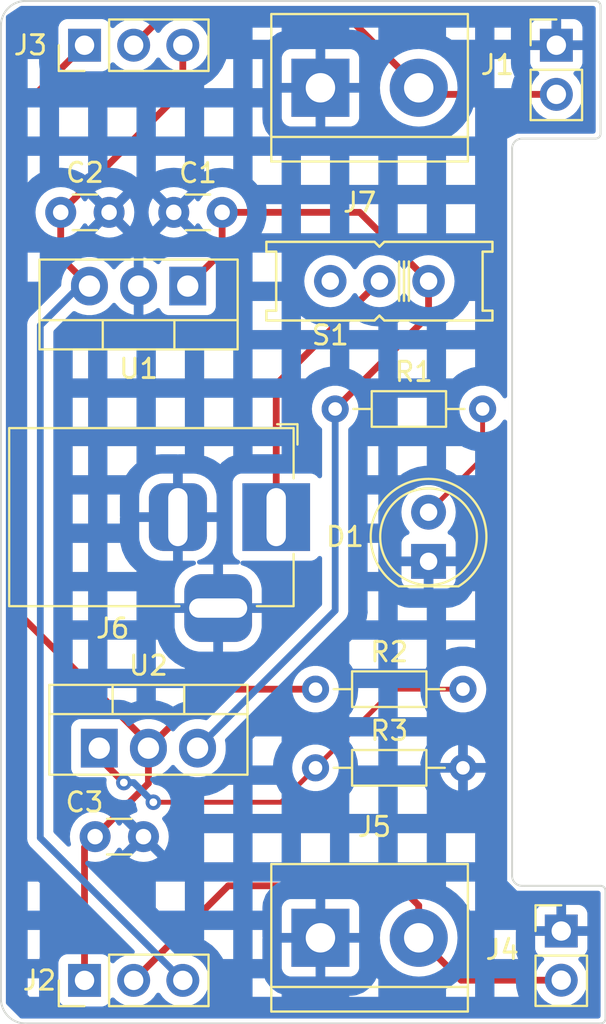
<source format=kicad_pcb>
(kicad_pcb (version 20230410) (generator pcbnew)
  (layers (0 "F.Cu" signal) (31 "B.Cu" signal) (34 "B.Paste" user) (35 "F.Paste" user) (36 "B.SilkS" user "B.Silkscreen") (37 "F.SilkS" user "F.Silkscreen") (38 "B.Mask" user) (39 "F.Mask" user) (44 "Edge.Cuts" user))
  (net 0 "")
  (net 1 "/12V")
  (net 2 "GND")
  (net 3 "/5V")
  (net 4 "/3.3V")
  (net 5 "Net-(D1-A)")
  (net 6 "/PWR_OUT_A")
  (net 7 "/PWR_IN")
  (net 8 "Net-(U2-ADJ)")
  (net 10 "/PWR_OUT_B")
  (footprint "Connector_PinHeader_2.54mm:PinHeader_1x02_P2.54mm_Vertical" (layer "F.Cu") (at 161.036 140.2588)
    (fp_text reference "J4" (at -3.048 0.9652) (layer "F.SilkS"))
    (fp_text value "Conn_01x02_Pin" hide)
    (fp_line (start -1.33 -1.33) (end 0 -1.33) (stroke (width 0.12)) (layer "F.SilkS"))
    (fp_line (start -1.33 0) (end -1.33 -1.33) (stroke (width 0.12)) (layer "F.SilkS"))
    (fp_line (start -1.33 1.27) (end -1.33 3.87) (stroke (width 0.12)) (layer "F.SilkS"))
    (fp_line (start -1.33 1.27) (end 1.33 1.27) (stroke (width 0.12)) (layer "F.SilkS"))
    (fp_line (start -1.33 3.87) (end 1.33 3.87) (stroke (width 0.12)) (layer "F.SilkS"))
    (fp_line (start 1.33 1.27) (end 1.33 3.87) (stroke (width 0.12)) (layer "F.SilkS"))
    (pad "1" thru_hole rect (at 0 0) (size 1.7 1.7) (drill 1) (layers "*.Cu" "*.Mask") (net 2 "GND"))
    (pad "2" thru_hole oval (at 0 2.54) (size 1.7 1.7) (drill 1) (layers "*.Cu" "*.Mask") (net 10 "/PWR_OUT_B"))
  )
  (footprint "Connector_BarrelJack:BarrelJack_Horizontal" (layer "F.Cu") (at 146.304 118.872)
    (fp_text reference "J6" (at -8.45 5.75) (layer "F.SilkS"))
    (fp_text value "Barrel_Jack_Switch" hide)
    (fp_line (start -13.8 -4.6) (end 0.9 -4.6) (stroke (width 0.12)) (layer "F.SilkS"))
    (fp_line (start -13.8 4.6) (end -13.8 -4.6) (stroke (width 0.12)) (layer "F.SilkS"))
    (fp_line (start -5 4.6) (end -13.8 4.6) (stroke (width 0.12)) (layer "F.SilkS"))
    (fp_line (start 0.05 -4.8) (end 1.1 -4.8) (stroke (width 0.12)) (layer "F.SilkS"))
    (fp_line (start 0.9 -4.6) (end 0.9 -2) (stroke (width 0.12)) (layer "F.SilkS"))
    (fp_line (start 0.9 1.9) (end 0.9 4.6) (stroke (width 0.12)) (layer "F.SilkS"))
    (fp_line (start 0.9 4.6) (end -1 4.6) (stroke (width 0.12)) (layer "F.SilkS"))
    (fp_line (start 1.1 -3.75) (end 1.1 -4.8) (stroke (width 0.12)) (layer "F.SilkS"))
    (pad "1" thru_hole rect (at 0 0) (size 3.5 3.5) (drill oval 1 3) (layers "*.Cu" "*.Mask") (net 7 "/PWR_IN"))
    (pad "2" thru_hole roundrect (at -5.08 0) (size 3 3.5) (drill oval 1 3) (layers "*.Cu" "*.Mask") (net 2 "GND"))
    (pad "3" thru_hole roundrect (at -3 4.7) (size 3.5 3.5) (drill oval 3 1) (layers "*.Cu" "*.Mask") (net 2 "GND"))
  )
  (footprint "Package_TO_SOT_THT:TO-220-3_Vertical" (layer "F.Cu") (at 141.732 106.934 180)
    (fp_text reference "U1" (at 2.54 -4.27 180) (layer "F.SilkS"))
    (fp_text value "LM7805_TO220" hide)
    (fp_line (start 7.66 -3.27) (end 7.66 1.371) (stroke (width 0.12)) (layer "F.SilkS"))
    (fp_line (start 4.391 -3.27) (end 4.391 -1.76) (stroke (width 0.12)) (layer "F.SilkS"))
    (fp_line (start 0.69 -3.27) (end 0.69 -1.76) (stroke (width 0.12)) (layer "F.SilkS"))
    (fp_line (start -2.58 1.371) (end 7.66 1.371) (stroke (width 0.12)) (layer "F.SilkS"))
    (fp_line (start -2.58 -1.76) (end 7.66 -1.76) (stroke (width 0.12)) (layer "F.SilkS"))
    (fp_line (start -2.58 -3.27) (end 7.66 -3.27) (stroke (width 0.12)) (layer "F.SilkS"))
    (fp_line (start -2.58 -3.27) (end -2.58 1.371) (stroke (width 0.12)) (layer "F.SilkS"))
    (pad "1" thru_hole rect (at 0 0 180) (size 1.905 2) (drill 1.1) (layers "*.Cu" "*.Mask") (net 1 "/12V"))
    (pad "2" thru_hole oval (at 2.54 0 180) (size 1.905 2) (drill 1.1) (layers "*.Cu" "*.Mask") (net 2 "GND"))
    (pad "3" thru_hole oval (at 5.08 0 180) (size 1.905 2) (drill 1.1) (layers "*.Cu" "*.Mask") (net 3 "/5V"))
  )
  (footprint "TerminalBlock:TerminalBlock_bornier-2_P5.08mm" (layer "F.Cu") (at 148.59 96.688)
    (fp_text reference "J7" (at 2.032 5.928 360) (layer "F.SilkS"))
    (fp_text value "Screw_Terminal_01x02" hide)
    (fp_line (start -2.54 -3.81) (end -2.54 3.81) (stroke (width 0.12)) (layer "F.SilkS"))
    (fp_line (start -2.54 3.81) (end 7.62 3.81) (stroke (width 0.12)) (layer "F.SilkS"))
    (fp_line (start 7.62 -3.81) (end -2.54 -3.81) (stroke (width 0.12)) (layer "F.SilkS"))
    (fp_line (start 7.62 2.54) (end -2.54 2.54) (stroke (width 0.12)) (layer "F.SilkS"))
    (fp_line (start 7.62 3.81) (end 7.62 -3.81) (stroke (width 0.12)) (layer "F.SilkS"))
    (pad "1" thru_hole rect (at 0 0) (size 3 3) (drill 1.52) (layers "*.Cu" "*.Mask") (net 2 "GND"))
    (pad "2" thru_hole circle (at 5.08 0) (size 3 3) (drill 1.52) (layers "*.Cu" "*.Mask") (net 6 "/PWR_OUT_A"))
  )
  (footprint "Connector_PinHeader_2.54mm:PinHeader_1x02_P2.54mm_Vertical" (layer "F.Cu") (at 160.782 94.488)
    (fp_text reference "J1" (at -3.048 1.016) (layer "F.SilkS"))
    (fp_text value "Conn_01x02_Pin" hide)
    (fp_line (start -1.33 -1.33) (end 0 -1.33) (stroke (width 0.12)) (layer "F.SilkS"))
    (fp_line (start -1.33 0) (end -1.33 -1.33) (stroke (width 0.12)) (layer "F.SilkS"))
    (fp_line (start -1.33 1.27) (end -1.33 3.87) (stroke (width 0.12)) (layer "F.SilkS"))
    (fp_line (start -1.33 1.27) (end 1.33 1.27) (stroke (width 0.12)) (layer "F.SilkS"))
    (fp_line (start -1.33 3.87) (end 1.33 3.87) (stroke (width 0.12)) (layer "F.SilkS"))
    (fp_line (start 1.33 1.27) (end 1.33 3.87) (stroke (width 0.12)) (layer "F.SilkS"))
    (pad "1" thru_hole rect (at 0 0) (size 1.7 1.7) (drill 1) (layers "*.Cu" "*.Mask") (net 2 "GND"))
    (pad "2" thru_hole oval (at 0 2.54) (size 1.7 1.7) (drill 1) (layers "*.Cu" "*.Mask") (net 6 "/PWR_OUT_A"))
  )
  (footprint "LED_THT:LED_D5.0mm" (layer "F.Cu") (at 154.178 121.158 90)
    (fp_text reference "D1" (at 1.27 -4.318) (layer "F.SilkS"))
    (fp_text value "LED" hide)
    (fp_line (start -1.29 -1.545) (end -1.29 1.545) (stroke (width 0.12)) (layer "F.SilkS"))
    (fp_arc (start -1.29 -1.54483) (mid 2.072002 -2.880433) (end 4.26 0.000462) (stroke (width 0.12)) (layer "F.SilkS"))
    (fp_arc (start 4.26 -0.000462) (mid 2.072002 2.880433) (end -1.29 1.54483) (stroke (width 0.12)) (layer "F.SilkS"))
    (fp_circle (center 1.27 0) (end 3.77 0) (stroke (width 0.12)) (fill none) (layer "F.SilkS"))
    (pad "1" thru_hole rect (at 0 0 90) (size 1.8 1.8) (drill 0.9) (layers "*.Cu" "*.Mask") (net 2 "GND"))
    (pad "2" thru_hole circle (at 2.54 0 90) (size 1.8 1.8) (drill 0.9) (layers "*.Cu" "*.Mask") (net 5 "Net-(D1-A)"))
  )
  (footprint "Resistor_THT:R_Axial_DIN0204_L3.6mm_D1.6mm_P7.62mm_Horizontal" (layer "F.Cu") (at 148.336 127.762)
    (fp_text reference "R2" (at 3.81 -1.92) (layer "F.SilkS"))
    (fp_text value "330" hide)
    (fp_line (start 0.94 0) (end 1.89 0) (stroke (width 0.12)) (layer "F.SilkS"))
    (fp_line (start 1.89 -0.92) (end 1.89 0.92) (stroke (width 0.12)) (layer "F.SilkS"))
    (fp_line (start 1.89 0.92) (end 5.73 0.92) (stroke (width 0.12)) (layer "F.SilkS"))
    (fp_line (start 5.73 -0.92) (end 1.89 -0.92) (stroke (width 0.12)) (layer "F.SilkS"))
    (fp_line (start 5.73 0.92) (end 5.73 -0.92) (stroke (width 0.12)) (layer "F.SilkS"))
    (fp_line (start 6.68 0) (end 5.73 0) (stroke (width 0.12)) (layer "F.SilkS"))
    (pad "1" thru_hole circle (at 0 0) (size 1.4 1.4) (drill 0.7) (layers "*.Cu" "*.Mask") (net 4 "/3.3V"))
    (pad "2" thru_hole oval (at 7.62 0) (size 1.4 1.4) (drill 0.7) (layers "*.Cu" "*.Mask") (net 8 "Net-(U2-ADJ)"))
  )
  (footprint "Package_TO_SOT_THT:TO-220-3_Vertical" (layer "F.Cu") (at 137.16 130.81)
    (fp_text reference "U2" (at 2.54 -4.27) (layer "F.SilkS"))
    (fp_text value "LM317_TO-220" hide)
    (fp_line (start -2.58 -3.27) (end -2.58 1.371) (stroke (width 0.12)) (layer "F.SilkS"))
    (fp_line (start -2.58 -3.27) (end 7.66 -3.27) (stroke (width 0.12)) (layer "F.SilkS"))
    (fp_line (start -2.58 -1.76) (end 7.66 -1.76) (stroke (width 0.12)) (layer "F.SilkS"))
    (fp_line (start -2.58 1.371) (end 7.66 1.371) (stroke (width 0.12)) (layer "F.SilkS"))
    (fp_line (start 0.69 -3.27) (end 0.69 -1.76) (stroke (width 0.12)) (layer "F.SilkS"))
    (fp_line (start 4.391 -3.27) (end 4.391 -1.76) (stroke (width 0.12)) (layer "F.SilkS"))
    (fp_line (start 7.66 -3.27) (end 7.66 1.371) (stroke (width 0.12)) (layer "F.SilkS"))
    (pad "1" thru_hole rect (at 0 0) (size 1.905 2) (drill 1.1) (layers "*.Cu" "*.Mask") (net 8 "Net-(U2-ADJ)"))
    (pad "2" thru_hole oval (at 2.54 0) (size 1.905 2) (drill 1.1) (layers "*.Cu" "*.Mask") (net 4 "/3.3V"))
    (pad "3" thru_hole oval (at 5.08 0) (size 1.905 2) (drill 1.1) (layers "*.Cu" "*.Mask") (net 1 "/12V"))
  )
  (footprint "Connector_PinHeader_2.54mm:PinHeader_1x03_P2.54mm_Vertical" (layer "F.Cu") (at 136.398 94.488 90)
    (fp_text reference "J3" (at 0 -2.794) (layer "F.SilkS"))
    (fp_text value "Conn_01x03_Pin" hide)
    (fp_line (start -1.33 -1.33) (end 0 -1.33) (stroke (width 0.12)) (layer "F.SilkS"))
    (fp_line (start -1.33 0) (end -1.33 -1.33) (stroke (width 0.12)) (layer "F.SilkS"))
    (fp_line (start 1.33 1.27) (end 1.33 6.41) (stroke (width 0.12)) (layer "F.SilkS"))
    (fp_line (start -1.33 1.27) (end 1.33 1.27) (stroke (width 0.12)) (layer "F.SilkS"))
    (fp_line (start -1.33 1.27) (end -1.33 6.41) (stroke (width 0.12)) (layer "F.SilkS"))
    (fp_line (start -1.33 6.41) (end 1.33 6.41) (stroke (width 0.12)) (layer "F.SilkS"))
    (pad "1" thru_hole rect (at 0 0 90) (size 1.7 1.7) (drill 1) (layers "*.Cu" "*.Mask") (net 4 "/3.3V"))
    (pad "2" thru_hole oval (at 0 2.54 90) (size 1.7 1.7) (drill 1) (layers "*.Cu" "*.Mask") (net 6 "/PWR_OUT_A"))
    (pad "3" thru_hole oval (at 0 5.08 90) (size 1.7 1.7) (drill 1) (layers "*.Cu" "*.Mask") (net 3 "/5V"))
  )
  (footprint "2:EG1218" (layer "F.Cu") (at 151.638 106.68 180)
    (fp_text reference "S1" (at 2.54 -2.794 180) (layer "F.SilkS"))
    (fp_text value "EG1218" hide)
    (fp_line (start 5.842 2.032) (end 0.254 2.032) (stroke (width 0.127)) (layer "F.SilkS"))
    (fp_line (start 5.842 1.524) (end 5.842 2.032) (stroke (width 0.127)) (layer "F.SilkS"))
    (fp_line (start 5.842 -1.524) (end 5.334 -1.524) (stroke (width 0.127)) (layer "F.SilkS"))
    (fp_line (start 5.842 -2.032) (end 5.842 -1.524) (stroke (width 0.127)) (layer "F.SilkS"))
    (fp_line (start 5.334 1.524) (end 5.842 1.524) (stroke (width 0.127)) (layer "F.SilkS"))
    (fp_line (start 5.334 -1.524) (end 5.334 1.524) (stroke (width 0.127)) (layer "F.SilkS"))
    (fp_line (start 0.254 2.032) (end 0 1.778) (stroke (width 0.127)) (layer "F.SilkS"))
    (fp_line (start 0.254 -2.032) (end 5.842 -2.032) (stroke (width 0.127)) (layer "F.SilkS"))
    (fp_line (start 0 1.778) (end -0.254 2.032) (stroke (width 0.127)) (layer "F.SilkS"))
    (fp_line (start 0 -1.778) (end 0.254 -2.032) (stroke (width 0.127)) (layer "F.SilkS"))
    (fp_line (start -0.254 2.032) (end -5.842 2.032) (stroke (width 0.127)) (layer "F.SilkS"))
    (fp_line (start -0.254 -2.032) (end 0 -1.778) (stroke (width 0.127)) (layer "F.SilkS"))
    (fp_line (start -1.016 -1.016) (end -1.016 1.016) (stroke (width 0.127)) (layer "F.SilkS"))
    (fp_line (start -1.27 1.016) (end -1.27 -1.016) (stroke (width 0.127)) (layer "F.SilkS"))
    (fp_line (start -1.524 -1.016) (end -1.524 1.016) (stroke (width 0.127)) (layer "F.SilkS"))
    (fp_line (start -5.334 1.524) (end -5.334 -1.524) (stroke (width 0.127)) (layer "F.SilkS"))
    (fp_line (start -5.334 -1.524) (end -5.842 -1.524) (stroke (width 0.127)) (layer "F.SilkS"))
    (fp_line (start -5.842 2.032) (end -5.842 1.524) (stroke (width 0.127)) (layer "F.SilkS"))
    (fp_line (start -5.842 1.524) (end -5.334 1.524) (stroke (width 0.127)) (layer "F.SilkS"))
    (fp_line (start -5.842 -1.524) (end -5.842 -2.032) (stroke (width 0.127)) (layer "F.SilkS"))
    (fp_line (start -5.842 -2.032) (end -0.254 -2.032) (stroke (width 0.127)) (layer "F.SilkS"))
    (pad "O" thru_hole circle (at -2.54 0 180) (size 1.6764 1.6764) (drill 0.9) (layers "*.Cu" "*.Mask") (net 1 "/12V"))
    (pad "P" thru_hole circle (at 0 0 180) (size 1.6764 1.6764) (drill 0.9) (layers "*.Cu" "*.Mask") (net 7 "/PWR_IN"))
    (pad "S" thru_hole circle (at 2.54 0 180) (size 1.6764 1.6764) (drill 0.9) (layers "*.Cu" "*.Mask"))
  )
  (footprint "Resistor_THT:R_Axial_DIN0204_L3.6mm_D1.6mm_P7.62mm_Horizontal" (layer "F.Cu") (at 149.352 113.284)
    (fp_text reference "R1" (at 4.064 -1.92 360) (layer "F.SilkS"))
    (fp_text value "330" hide)
    (fp_line (start 0.94 0) (end 1.89 0) (stroke (width 0.12)) (layer "F.SilkS"))
    (fp_line (start 1.89 -0.92) (end 1.89 0.92) (stroke (width 0.12)) (layer "F.SilkS"))
    (fp_line (start 1.89 0.92) (end 5.73 0.92) (stroke (width 0.12)) (layer "F.SilkS"))
    (fp_line (start 5.73 -0.92) (end 1.89 -0.92) (stroke (width 0.12)) (layer "F.SilkS"))
    (fp_line (start 5.73 0.92) (end 5.73 -0.92) (stroke (width 0.12)) (layer "F.SilkS"))
    (fp_line (start 6.68 0) (end 5.73 0) (stroke (width 0.12)) (layer "F.SilkS"))
    (pad "1" thru_hole circle (at 0 0) (size 1.4 1.4) (drill 0.7) (layers "*.Cu" "*.Mask") (net 1 "/12V"))
    (pad "2" thru_hole oval (at 7.62 0) (size 1.4 1.4) (drill 0.7) (layers "*.Cu" "*.Mask") (net 5 "Net-(D1-A)"))
  )
  (footprint "TerminalBlock:TerminalBlock_bornier-2_P5.08mm" (layer "F.Cu") (at 148.59 140.6088)
    (fp_text reference "J5" (at 2.794 -5.7348) (layer "F.SilkS"))
    (fp_text value "Screw_Terminal_01x02" hide)
    (fp_line (start -2.54 -3.81) (end -2.54 3.81) (stroke (width 0.12)) (layer "F.SilkS"))
    (fp_line (start -2.54 3.81) (end 7.62 3.81) (stroke (width 0.12)) (layer "F.SilkS"))
    (fp_line (start 7.62 -3.81) (end -2.54 -3.81) (stroke (width 0.12)) (layer "F.SilkS"))
    (fp_line (start 7.62 2.54) (end -2.54 2.54) (stroke (width 0.12)) (layer "F.SilkS"))
    (fp_line (start 7.62 3.81) (end 7.62 -3.81) (stroke (width 0.12)) (layer "F.SilkS"))
    (pad "1" thru_hole rect (at 0 0) (size 3 3) (drill 1.52) (layers "*.Cu" "*.Mask") (net 2 "GND"))
    (pad "2" thru_hole circle (at 5.08 0) (size 3 3) (drill 1.52) (layers "*.Cu" "*.Mask") (net 10 "/PWR_OUT_B"))
  )
  (footprint "Capacitor_THT:C_Disc_D3.0mm_W1.6mm_P2.50mm" (layer "F.Cu") (at 143.51 103.124 180)
    (fp_text reference "C1" (at 1.25 2.032 180) (layer "F.SilkS"))
    (fp_text value "10uF" hide)
    (fp_line (start 0.621 0.92) (end 1.879 0.92) (stroke (width 0.12)) (layer "F.SilkS"))
    (fp_line (start 0.621 -0.92) (end 1.879 -0.92) (stroke (width 0.12)) (layer "F.SilkS"))
    (pad "1" thru_hole circle (at 0 0 180) (size 1.6 1.6) (drill 0.8) (layers "*.Cu" "*.Mask") (net 1 "/12V"))
    (pad "2" thru_hole circle (at 2.5 0 180) (size 1.6 1.6) (drill 0.8) (layers "*.Cu" "*.Mask") (net 2 "GND"))
  )
  (footprint "Resistor_THT:R_Axial_DIN0204_L3.6mm_D1.6mm_P7.62mm_Horizontal" (layer "F.Cu") (at 148.336 131.826)
    (fp_text reference "R3" (at 3.81 -1.92) (layer "F.SilkS"))
    (fp_text value "560" hide)
    (fp_line (start 0.94 0) (end 1.89 0) (stroke (width 0.12)) (layer "F.SilkS"))
    (fp_line (start 1.89 -0.92) (end 1.89 0.92) (stroke (width 0.12)) (layer "F.SilkS"))
    (fp_line (start 1.89 0.92) (end 5.73 0.92) (stroke (width 0.12)) (layer "F.SilkS"))
    (fp_line (start 5.73 -0.92) (end 1.89 -0.92) (stroke (width 0.12)) (layer "F.SilkS"))
    (fp_line (start 5.73 0.92) (end 5.73 -0.92) (stroke (width 0.12)) (layer "F.SilkS"))
    (fp_line (start 6.68 0) (end 5.73 0) (stroke (width 0.12)) (layer "F.SilkS"))
    (pad "1" thru_hole circle (at 0 0) (size 1.4 1.4) (drill 0.7) (layers "*.Cu" "*.Mask") (net 8 "Net-(U2-ADJ)"))
    (pad "2" thru_hole oval (at 7.62 0) (size 1.4 1.4) (drill 0.7) (layers "*.Cu" "*.Mask") (net 2 "GND"))
  )
  (footprint "Connector_PinHeader_2.54mm:PinHeader_1x03_P2.54mm_Vertical" (layer "F.Cu") (at 136.398 142.8088 90)
    (fp_text reference "J2" (at 0 -2.33) (layer "F.SilkS"))
    (fp_text value "Conn_01x03_Pin" hide)
    (fp_line (start -1.33 -1.33) (end 0 -1.33) (stroke (width 0.12)) (layer "F.SilkS"))
    (fp_line (start -1.33 0) (end -1.33 -1.33) (stroke (width 0.12)) (layer "F.SilkS"))
    (fp_line (start 1.33 1.27) (end 1.33 6.41) (stroke (width 0.12)) (layer "F.SilkS"))
    (fp_line (start -1.33 1.27) (end 1.33 1.27) (stroke (width 0.12)) (layer "F.SilkS"))
    (fp_line (start -1.33 1.27) (end -1.33 6.41) (stroke (width 0.12)) (layer "F.SilkS"))
    (fp_line (start -1.33 6.41) (end 1.33 6.41) (stroke (width 0.12)) (layer "F.SilkS"))
    (pad "1" thru_hole rect (at 0 0 90) (size 1.7 1.7) (drill 1) (layers "*.Cu" "*.Mask") (net 4 "/3.3V"))
    (pad "2" thru_hole oval (at 0 2.54 90) (size 1.7 1.7) (drill 1) (layers "*.Cu" "*.Mask") (net 10 "/PWR_OUT_B"))
    (pad "3" thru_hole oval (at 0 5.08 90) (size 1.7 1.7) (drill 1) (layers "*.Cu" "*.Mask") (net 3 "/5V"))
  )
  (footprint "Capacitor_THT:C_Disc_D3.0mm_W1.6mm_P2.50mm" (layer "F.Cu") (at 136.946 135.382)
    (fp_text reference "C3" (at -0.548 -1.778) (layer "F.SilkS"))
    (fp_text value "1uF" hide)
    (fp_line (start 0.621 -0.92) (end 1.879 -0.92) (stroke (width 0.12)) (layer "F.SilkS"))
    (fp_line (start 0.621 0.92) (end 1.879 0.92) (stroke (width 0.12)) (layer "F.SilkS"))
    (pad "1" thru_hole circle (at 0 0) (size 1.6 1.6) (drill 0.8) (layers "*.Cu" "*.Mask") (net 4 "/3.3V"))
    (pad "2" thru_hole circle (at 2.5 0) (size 1.6 1.6) (drill 0.8) (layers "*.Cu" "*.Mask") (net 2 "GND"))
  )
  (footprint "Capacitor_THT:C_Disc_D3.0mm_W1.6mm_P2.50mm" (layer "F.Cu") (at 135.168 103.124)
    (fp_text reference "C2" (at 1.25 -2.05 360) (layer "F.SilkS"))
    (fp_text value "0.1uF" hide)
    (fp_line (start 0.621 -0.92) (end 1.879 -0.92) (stroke (width 0.12)) (layer "F.SilkS"))
    (fp_line (start 0.621 0.92) (end 1.879 0.92) (stroke (width 0.12)) (layer "F.SilkS"))
    (pad "1" thru_hole circle (at 0 0) (size 1.6 1.6) (drill 0.8) (layers "*.Cu" "*.Mask") (net 3 "/5V"))
    (pad "2" thru_hole circle (at 2.5 0) (size 1.6 1.6) (drill 0.8) (layers "*.Cu" "*.Mask") (net 2 "GND"))
  )
  (gr_line (start 159.004 99.314) (end 162.814 99.314) (stroke (width 0.1)) (layer "Edge.Cuts"))
  (gr_line (start 133.35 145.034) (end 163.068 145.034) (stroke (width 0.1)) (layer "Edge.Cuts"))
  (gr_line (start 163.322 144.78) (end 163.322 138.176) (stroke (width 0.1)) (layer "Edge.Cuts"))
  (gr_arc (start 132.08 93.472) (mid 132.451974 92.573974) (end 133.35 92.202) (stroke (width 0.1)) (layer "Edge.Cuts"))
  (gr_line (start 163.068 99.06) (end 163.068 92.456) (stroke (width 0.1)) (layer "Edge.Cuts"))
  (gr_arc (start 159.004 137.922) (mid 158.64479 137.77321) (end 158.496 137.414) (stroke (width 0.1)) (layer "Edge.Cuts"))
  (gr_arc (start 163.068 137.922) (mid 163.247605 137.996395) (end 163.322 138.176) (stroke (width 0.1)) (layer "Edge.Cuts"))
  (gr_arc (start 133.35 145.034) (mid 132.451974 144.662026) (end 132.08 143.764) (stroke (width 0.1)) (layer "Edge.Cuts"))
  (gr_line (start 158.496 137.414) (end 158.496 99.822) (stroke (width 0.1)) (layer "Edge.Cuts"))
  (gr_line (start 132.08 93.472) (end 132.08 143.764) (stroke (width 0.1)) (layer "Edge.Cuts"))
  (gr_arc (start 163.322 144.78) (mid 163.247605 144.959605) (end 163.068 145.034) (stroke (width 0.1)) (layer "Edge.Cuts"))
  (gr_arc (start 158.496 99.822) (mid 158.64479 99.46279) (end 159.004 99.314) (stroke (width 0.1)) (layer "Edge.Cuts"))
  (gr_line (start 163.068 137.922) (end 159.004 137.922) (stroke (width 0.1)) (layer "Edge.Cuts"))
  (gr_arc (start 162.814 92.202) (mid 162.993605 92.276395) (end 163.068 92.456) (stroke (width 0.1)) (layer "Edge.Cuts"))
  (gr_arc (start 163.068 99.06) (mid 162.993605 99.239605) (end 162.814 99.314) (stroke (width 0.1)) (layer "Edge.Cuts"))
  (gr_line (start 162.814 92.202) (end 133.35 92.202) (stroke (width 0.1)) (layer "Edge.Cuts"))
  (segment (start 143.51 105.156) (end 143.51 103.124) (width 0.35) (layer "F.Cu") (net 1))
  (segment (start 143.51 103.124) (end 150.622 103.124) (width 0.35) (layer "F.Cu") (net 1))
  (segment (start 154.178 106.68) (end 154.178 108.458) (width 0.35) (layer "F.Cu") (net 1))
  (segment (start 141.732 106.934) (end 143.51 105.156) (width 0.35) (layer "F.Cu") (net 1))
  (segment (start 150.622 103.124) (end 154.178 106.68) (width 0.35) (layer "F.Cu") (net 1))
  (segment (start 154.178 108.458) (end 149.352 113.284) (width 0.35) (layer "F.Cu") (net 1))
  (segment (start 149.352 123.698) (end 142.24 130.81) (width 0.35) (layer "B.Cu") (net 1))
  (segment (start 149.352 113.284) (end 149.352 123.698) (width 0.35) (layer "B.Cu") (net 1))
  (segment (start 135.168 105.45) (end 136.652 106.934) (width 0.35) (layer "F.Cu") (net 3))
  (segment (start 135.168 103.124) (end 135.168 105.45) (width 0.35) (layer "F.Cu") (net 3))
  (segment (start 141.478 94.488) (end 141.478 96.814) (width 0.35) (layer "F.Cu") (net 3))
  (segment (start 141.478 96.814) (end 135.168 103.124) (width 0.35) (layer "F.Cu") (net 3))
  (segment (start 141.478 142.8088) (end 134.112 135.4428) (width 0.35) (layer "B.Cu") (net 3))
  (segment (start 136.144 106.934) (end 136.652 106.934) (width 0.35) (layer "B.Cu") (net 3))
  (segment (start 134.112 108.966) (end 136.144 106.934) (width 0.35) (layer "B.Cu") (net 3))
  (segment (start 134.112 135.4428) (end 134.112 108.966) (width 0.35) (layer "B.Cu") (net 3))
  (segment (start 139.7 130.81) (end 142.748 127.762) (width 0.35) (layer "F.Cu") (net 4))
  (segment (start 136.946 135.382) (end 139.7 132.628) (width 0.35) (layer "F.Cu") (net 4))
  (segment (start 139.7 130.556) (end 139.7 130.81) (width 0.35) (layer "F.Cu") (net 4))
  (segment (start 136.398 135.93) (end 136.946 135.382) (width 0.35) (layer "F.Cu") (net 4))
  (segment (start 133.096 97.79) (end 133.096 123.952) (width 0.35) (layer "F.Cu") (net 4))
  (segment (start 133.096 123.952) (end 139.7 130.556) (width 0.35) (layer "F.Cu") (net 4))
  (segment (start 139.7 132.628) (end 139.7 130.81) (width 0.35) (layer "F.Cu") (net 4))
  (segment (start 136.398 142.8088) (end 136.398 135.93) (width 0.35) (layer "F.Cu") (net 4))
  (segment (start 142.748 127.762) (end 148.336 127.762) (width 0.35) (layer "F.Cu") (net 4))
  (segment (start 136.398 94.488) (end 133.096 97.79) (width 0.35) (layer "F.Cu") (net 4))
  (segment (start 154.178 118.618) (end 156.972 115.824) (width 0.25) (layer "F.Cu") (net 5))
  (segment (start 156.972 115.824) (end 156.972 113.284) (width 0.25) (layer "F.Cu") (net 5))
  (segment (start 140.462 92.964) (end 149.946 92.964) (width 0.35) (layer "F.Cu") (net 6))
  (segment (start 154.01 97.028) (end 153.67 96.688) (width 0.35) (layer "F.Cu") (net 6))
  (segment (start 149.946 92.964) (end 153.67 96.688) (width 0.35) (layer "F.Cu") (net 6))
  (segment (start 138.938 94.488) (end 140.462 92.964) (width 0.35) (layer "F.Cu") (net 6))
  (segment (start 160.782 97.028) (end 154.01 97.028) (width 0.35) (layer "F.Cu") (net 6))
  (segment (start 146.304 118.872) (end 146.304 112.014) (width 0.35) (layer "F.Cu") (net 7))
  (segment (start 146.304 112.014) (end 151.638 106.68) (width 0.35) (layer "F.Cu") (net 7))
  (segment (start 137.16 130.81) (end 137.16 131.318) (width 0.35) (layer "F.Cu") (net 8))
  (segment (start 148.336 131.826) (end 152.4 127.762) (width 0.25) (layer "F.Cu") (net 8))
  (segment (start 146.558 133.604) (end 148.336 131.826) (width 0.25) (layer "F.Cu") (net 8))
  (segment (start 152.4 127.762) (end 155.956 127.762) (width 0.25) (layer "F.Cu") (net 8))
  (segment (start 139.954 133.604) (end 146.558 133.604) (width 0.25) (layer "F.Cu") (net 8))
  (segment (start 137.16 131.318) (end 138.43 132.588) (width 0.35) (layer "F.Cu") (net 8))
  (via (at 139.954 133.604) (size 0.8) (drill 0.4) (layers "F.Cu" "B.Cu") (net 8))
  (via (at 138.43 132.588) (size 0.8) (drill 0.4) (layers "F.Cu" "B.Cu") (net 8))
  (segment (start 138.938 132.588) (end 139.954 133.604) (width 0.35) (layer "B.Cu") (net 8))
  (segment (start 138.43 132.588) (end 138.938 132.588) (width 0.35) (layer "B.Cu") (net 8))
  (segment (start 153.67 140.6088) (end 155.86 142.7988) (width 0.35) (layer "F.Cu") (net 10))
  (segment (start 138.938 142.8088) (end 143.8248 137.922) (width 0.35) (layer "F.Cu") (net 10))
  (segment (start 143.8248 137.922) (end 152.654 137.922) (width 0.35) (layer "F.Cu") (net 10))
  (segment (start 155.86 142.7988) (end 161.036 142.7988) (width 0.35) (layer "F.Cu") (net 10))
  (segment (start 152.654 137.922) (end 153.67 138.938) (width 0.35) (layer "F.Cu") (net 10))
  (segment (start 153.67 138.938) (end 153.67 140.6088) (width 0.35) (layer "F.Cu") (net 10))
  (zone (net 2) (net_name "GND") (layer "B.Cu") (connect_pads (clearance 0.5)) (min_thickness 0.25) (fill yes (mode hatch) (thermal_gap 0.5) (thermal_bridge_width 0.5) (hatch_thickness 1) (hatch_gap 1.5) (hatch_orientation 0) (hatch_border_algorithm hatch_thickness) (hatch_min_hole_area 0.3))
    (polygon (pts (xy 133.096 92.456) (xy 132.334 92.964) (xy 132.334 144.018) (xy 133.096 144.78) (xy 163.068 144.78) (xy 163.068 138.176) (xy 158.75 138.176) (xy 158.242 137.668) (xy 158.242 99.314) (xy 158.75 99.06) (xy 162.814 99.06) (xy 162.814 92.456)))
  )
)
</source>
